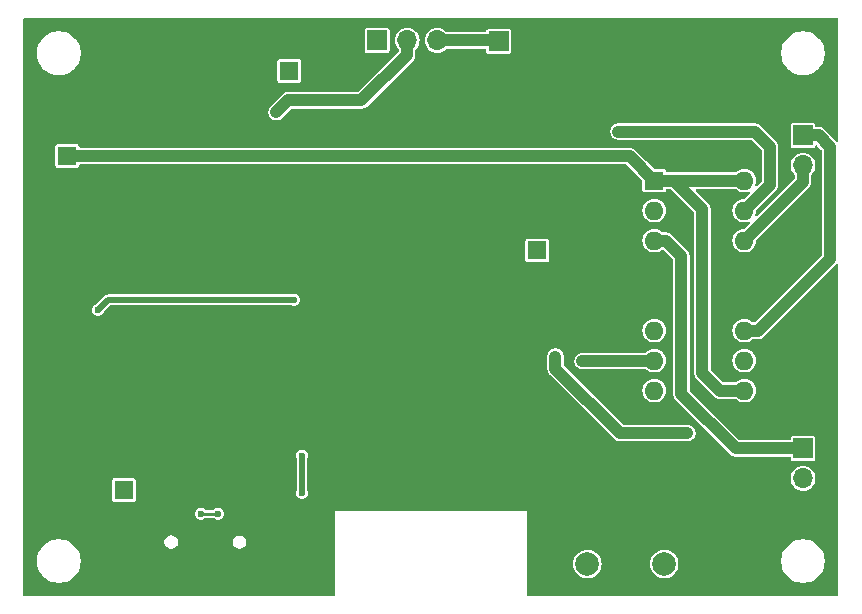
<source format=gbr>
%TF.GenerationSoftware,KiCad,Pcbnew,8.0.0*%
%TF.CreationDate,2024-04-09T18:41:08+07:00*%
%TF.ProjectId,robotika,726f626f-7469-46b6-912e-6b696361645f,rev?*%
%TF.SameCoordinates,Original*%
%TF.FileFunction,Copper,L2,Bot*%
%TF.FilePolarity,Positive*%
%FSLAX46Y46*%
G04 Gerber Fmt 4.6, Leading zero omitted, Abs format (unit mm)*
G04 Created by KiCad (PCBNEW 8.0.0) date 2024-04-09 18:41:08*
%MOMM*%
%LPD*%
G01*
G04 APERTURE LIST*
%TA.AperFunction,ComponentPad*%
%ADD10R,1.600000X1.600000*%
%TD*%
%TA.AperFunction,ComponentPad*%
%ADD11O,1.600000X1.600000*%
%TD*%
%TA.AperFunction,ComponentPad*%
%ADD12R,1.700000X1.700000*%
%TD*%
%TA.AperFunction,ComponentPad*%
%ADD13O,1.700000X1.700000*%
%TD*%
%TA.AperFunction,ComponentPad*%
%ADD14C,2.000000*%
%TD*%
%TA.AperFunction,ComponentPad*%
%ADD15O,1.000000X2.100000*%
%TD*%
%TA.AperFunction,ComponentPad*%
%ADD16O,1.000000X1.600000*%
%TD*%
%TA.AperFunction,ComponentPad*%
%ADD17C,1.600000*%
%TD*%
%TA.AperFunction,ViaPad*%
%ADD18C,0.600000*%
%TD*%
%TA.AperFunction,Conductor*%
%ADD19C,0.250000*%
%TD*%
%TA.AperFunction,Conductor*%
%ADD20C,1.000000*%
%TD*%
%TA.AperFunction,Conductor*%
%ADD21C,0.500000*%
%TD*%
G04 APERTURE END LIST*
D10*
%TO.P,U6,1,EN1\u002C2*%
%TO.N,+5V*%
X153900000Y-84290000D03*
D11*
%TO.P,U6,2,1A*%
%TO.N,1A*%
X153900000Y-86830000D03*
%TO.P,U6,3,1Y*%
%TO.N,Net-(J3-Pin_1)*%
X153900000Y-89370000D03*
%TO.P,U6,4,GND*%
%TO.N,GND*%
X153900000Y-91910000D03*
%TO.P,U6,5,GND*%
X153900000Y-94450000D03*
%TO.P,U6,6,2Y*%
%TO.N,Net-(J3-Pin_2)*%
X153900000Y-96990000D03*
%TO.P,U6,7,2A*%
%TO.N,2A*%
X153900000Y-99530000D03*
%TO.P,U6,8,VCC2*%
%TO.N,+9V*%
X153900000Y-102070000D03*
%TO.P,U6,9,EN3\u002C4*%
%TO.N,+5V*%
X161520000Y-102070000D03*
%TO.P,U6,10,3A*%
%TO.N,3A*%
X161520000Y-99530000D03*
%TO.P,U6,11,3Y*%
%TO.N,Net-(J4-Pin_1)*%
X161520000Y-96990000D03*
%TO.P,U6,12,GND*%
%TO.N,GND*%
X161520000Y-94450000D03*
%TO.P,U6,13,GND*%
X161520000Y-91910000D03*
%TO.P,U6,14,4Y*%
%TO.N,Net-(J4-Pin_2)*%
X161520000Y-89370000D03*
%TO.P,U6,15,4A*%
%TO.N,4A*%
X161520000Y-86830000D03*
%TO.P,U6,16,VCC1*%
%TO.N,+5V*%
X161520000Y-84290000D03*
%TD*%
D12*
%TO.P,SW2,1,A*%
%TO.N,unconnected-(SW2-A-Pad1)*%
X130450000Y-72420000D03*
D13*
%TO.P,SW2,2,B*%
%TO.N,+9V*%
X132990000Y-72420000D03*
%TO.P,SW2,3,C*%
%TO.N,Net-(J2-Pin_1)*%
X135530000Y-72420000D03*
%TD*%
D12*
%TO.P,J4,1,Pin_1*%
%TO.N,Net-(J4-Pin_1)*%
X166500000Y-80460000D03*
D13*
%TO.P,J4,2,Pin_2*%
%TO.N,Net-(J4-Pin_2)*%
X166500000Y-83000000D03*
%TD*%
D12*
%TO.P,J3,1,Pin_1*%
%TO.N,Net-(J3-Pin_1)*%
X166500000Y-106960000D03*
D13*
%TO.P,J3,2,Pin_2*%
%TO.N,Net-(J3-Pin_2)*%
X166500000Y-109500000D03*
%TD*%
D12*
%TO.P,J2,1,Pin_1*%
%TO.N,Net-(J2-Pin_1)*%
X140725000Y-72500000D03*
D13*
%TO.P,J2,2,Pin_2*%
%TO.N,GND*%
X143265000Y-72500000D03*
%TD*%
D14*
%TO.P,SW1,1,1*%
%TO.N,GND*%
X148250000Y-112250000D03*
X154750000Y-112250000D03*
%TO.P,SW1,2,2*%
%TO.N,Net-(U3-~{RST})*%
X148250000Y-116750000D03*
X154750000Y-116750000D03*
%TD*%
D15*
%TO.P,J1,S1,SHIELD*%
%TO.N,GND*%
X111580000Y-114395000D03*
D16*
X111580000Y-118575000D03*
D15*
X120220000Y-114395000D03*
D16*
X120220000Y-118575000D03*
%TD*%
D10*
%TO.P,C10,1*%
%TO.N,+9V*%
X123000000Y-75000000D03*
D17*
%TO.P,C10,2*%
%TO.N,GND*%
X125500000Y-75000000D03*
%TD*%
D10*
%TO.P,C9,1*%
%TO.N,+5V*%
X104205112Y-82205112D03*
D17*
%TO.P,C9,2*%
%TO.N,GND*%
X104205112Y-79705112D03*
%TD*%
D10*
%TO.P,C5,1*%
%TO.N,+3.3V*%
X144000000Y-90205112D03*
D17*
%TO.P,C5,2*%
%TO.N,GND*%
X144000000Y-87705112D03*
%TD*%
D10*
%TO.P,C1,1*%
%TO.N,VBUS*%
X109000000Y-110500000D03*
D17*
%TO.P,C1,2*%
%TO.N,GND*%
X106500000Y-110500000D03*
%TD*%
D18*
%TO.N,D+*%
X117000000Y-112500000D03*
X115525000Y-112500000D03*
%TO.N,+9V*%
X121920000Y-78500000D03*
%TO.N,+5V*%
X134500000Y-82205112D03*
%TO.N,4A*%
X150876000Y-80137000D03*
%TO.N,3A*%
X156718000Y-105664000D03*
X145542000Y-99187000D03*
%TO.N,2A*%
X147828000Y-99568000D03*
%TO.N,+3.3V*%
X106807000Y-95250000D03*
X123425000Y-94380000D03*
%TO.N,RX*%
X124079000Y-110744000D03*
X124079000Y-107569000D03*
%TD*%
D19*
%TO.N,D+*%
X115525000Y-112500000D02*
X117000000Y-112500000D01*
D20*
%TO.N,Net-(J2-Pin_1)*%
X140645000Y-72420000D02*
X140725000Y-72500000D01*
X135530000Y-72420000D02*
X140645000Y-72420000D01*
%TO.N,+9V*%
X129112081Y-77500000D02*
X132990000Y-73622081D01*
X122920000Y-77500000D02*
X129112081Y-77500000D01*
X132990000Y-73622081D02*
X132990000Y-72420000D01*
X121920000Y-78500000D02*
X122920000Y-77500000D01*
%TO.N,+5V*%
X134500000Y-82205112D02*
X151815112Y-82205112D01*
X104205112Y-82205112D02*
X134500000Y-82205112D01*
%TO.N,4A*%
X163703000Y-81407000D02*
X163703000Y-84647000D01*
X162433000Y-80137000D02*
X163703000Y-81407000D01*
X150876000Y-80137000D02*
X162433000Y-80137000D01*
X163703000Y-84647000D02*
X161520000Y-86830000D01*
%TO.N,3A*%
X145542000Y-99187000D02*
X145542000Y-100203000D01*
X145542000Y-100203000D02*
X151003000Y-105664000D01*
X151003000Y-105664000D02*
X156718000Y-105664000D01*
%TO.N,Net-(J4-Pin_1)*%
X168783000Y-90932000D02*
X162725000Y-96990000D01*
X168783000Y-81407000D02*
X168783000Y-90932000D01*
X162725000Y-96990000D02*
X161520000Y-96990000D01*
X167836000Y-80460000D02*
X168783000Y-81407000D01*
X166500000Y-80460000D02*
X167836000Y-80460000D01*
%TO.N,Net-(J4-Pin_2)*%
X166500000Y-84390000D02*
X161520000Y-89370000D01*
X166500000Y-83000000D02*
X166500000Y-84390000D01*
%TO.N,Net-(J3-Pin_1)*%
X156210000Y-90678000D02*
X154902000Y-89370000D01*
X154902000Y-89370000D02*
X153900000Y-89370000D01*
X156210000Y-102362000D02*
X156210000Y-90678000D01*
X160808000Y-106960000D02*
X156210000Y-102362000D01*
X166500000Y-106960000D02*
X160808000Y-106960000D01*
%TO.N,2A*%
X153862000Y-99568000D02*
X153900000Y-99530000D01*
X147828000Y-99568000D02*
X153862000Y-99568000D01*
%TO.N,+5V*%
X157988000Y-100584000D02*
X157988000Y-86703000D01*
X157988000Y-86703000D02*
X155575000Y-84290000D01*
X159474000Y-102070000D02*
X157988000Y-100584000D01*
X155575000Y-84290000D02*
X153900000Y-84290000D01*
X161520000Y-102070000D02*
X159474000Y-102070000D01*
X161520000Y-84290000D02*
X155575000Y-84290000D01*
X151815112Y-82205112D02*
X153900000Y-84290000D01*
D21*
%TO.N,+3.3V*%
X123425000Y-94380000D02*
X107677000Y-94380000D01*
X107677000Y-94380000D02*
X106807000Y-95250000D01*
%TO.N,RX*%
X124079000Y-107569000D02*
X124079000Y-110744000D01*
%TD*%
%TA.AperFunction,Conductor*%
%TO.N,GND*%
G36*
X169458691Y-70519407D02*
G01*
X169494655Y-70568907D01*
X169499500Y-70599500D01*
X169499500Y-80893836D01*
X169480593Y-80952027D01*
X169431093Y-80987991D01*
X169369907Y-80987991D01*
X169330496Y-80963840D01*
X169327116Y-80960460D01*
X169327114Y-80960457D01*
X168282543Y-79915886D01*
X168167811Y-79839225D01*
X168167810Y-79839224D01*
X168167808Y-79839223D01*
X168040328Y-79786420D01*
X167904996Y-79759500D01*
X167904994Y-79759500D01*
X167904993Y-79759500D01*
X167649500Y-79759500D01*
X167591309Y-79740593D01*
X167555345Y-79691093D01*
X167550500Y-79660500D01*
X167550500Y-79590253D01*
X167550498Y-79590241D01*
X167547711Y-79576231D01*
X167538867Y-79531769D01*
X167494552Y-79465448D01*
X167451229Y-79436500D01*
X167428233Y-79421134D01*
X167428231Y-79421133D01*
X167428228Y-79421132D01*
X167428227Y-79421132D01*
X167369758Y-79409501D01*
X167369748Y-79409500D01*
X165630252Y-79409500D01*
X165630251Y-79409500D01*
X165630241Y-79409501D01*
X165571772Y-79421132D01*
X165571766Y-79421134D01*
X165505451Y-79465445D01*
X165505445Y-79465451D01*
X165461134Y-79531766D01*
X165461132Y-79531772D01*
X165449501Y-79590241D01*
X165449500Y-79590253D01*
X165449500Y-81329746D01*
X165449501Y-81329758D01*
X165461132Y-81388227D01*
X165461134Y-81388233D01*
X165505445Y-81454548D01*
X165505448Y-81454552D01*
X165571769Y-81498867D01*
X165616231Y-81507711D01*
X165630241Y-81510498D01*
X165630246Y-81510498D01*
X165630252Y-81510500D01*
X165630253Y-81510500D01*
X167369747Y-81510500D01*
X167369748Y-81510500D01*
X167428231Y-81498867D01*
X167494552Y-81454552D01*
X167538867Y-81388231D01*
X167541673Y-81374121D01*
X167571566Y-81320739D01*
X167627130Y-81295122D01*
X167687141Y-81307056D01*
X167708774Y-81323431D01*
X168053504Y-81668161D01*
X168081281Y-81722678D01*
X168082500Y-81738165D01*
X168082500Y-90600835D01*
X168063593Y-90659026D01*
X168053504Y-90670839D01*
X162463839Y-96260504D01*
X162409322Y-96288281D01*
X162393835Y-96289500D01*
X162278957Y-96289500D01*
X162220766Y-96270593D01*
X162216162Y-96267035D01*
X162078538Y-96154090D01*
X162037618Y-96132218D01*
X161904732Y-96061188D01*
X161904730Y-96061187D01*
X161716129Y-96003975D01*
X161716126Y-96003974D01*
X161520003Y-95984659D01*
X161519997Y-95984659D01*
X161323873Y-96003974D01*
X161323870Y-96003975D01*
X161135269Y-96061187D01*
X161135267Y-96061188D01*
X160961467Y-96154087D01*
X160961457Y-96154093D01*
X160809121Y-96279112D01*
X160809112Y-96279121D01*
X160684093Y-96431457D01*
X160684087Y-96431467D01*
X160591188Y-96605267D01*
X160591187Y-96605269D01*
X160533975Y-96793870D01*
X160533974Y-96793873D01*
X160514659Y-96989996D01*
X160514659Y-96990003D01*
X160533974Y-97186126D01*
X160533975Y-97186129D01*
X160591187Y-97374730D01*
X160591188Y-97374732D01*
X160662218Y-97507618D01*
X160684090Y-97548538D01*
X160684092Y-97548540D01*
X160684093Y-97548542D01*
X160809112Y-97700878D01*
X160809121Y-97700887D01*
X160823847Y-97712972D01*
X160961462Y-97825910D01*
X161135273Y-97918814D01*
X161323868Y-97976024D01*
X161323870Y-97976024D01*
X161323873Y-97976025D01*
X161519997Y-97995341D01*
X161520000Y-97995341D01*
X161520003Y-97995341D01*
X161716126Y-97976025D01*
X161716127Y-97976024D01*
X161716132Y-97976024D01*
X161904727Y-97918814D01*
X162078538Y-97825910D01*
X162216153Y-97712971D01*
X162273128Y-97690672D01*
X162278957Y-97690500D01*
X162793993Y-97690500D01*
X162793994Y-97690500D01*
X162929328Y-97663580D01*
X163056811Y-97610775D01*
X163171543Y-97534114D01*
X169327114Y-91378543D01*
X169327116Y-91378539D01*
X169330496Y-91375160D01*
X169385013Y-91347383D01*
X169445445Y-91356954D01*
X169488710Y-91400219D01*
X169499500Y-91445164D01*
X169499500Y-119400500D01*
X169480593Y-119458691D01*
X169431093Y-119494655D01*
X169400500Y-119499500D01*
X143219000Y-119499500D01*
X143160809Y-119480593D01*
X143124845Y-119431093D01*
X143120000Y-119400500D01*
X143120000Y-116750000D01*
X147044357Y-116750000D01*
X147064885Y-116971536D01*
X147125771Y-117185528D01*
X147224942Y-117384689D01*
X147359019Y-117562236D01*
X147523438Y-117712124D01*
X147712599Y-117829247D01*
X147920060Y-117909618D01*
X148138757Y-117950500D01*
X148361243Y-117950500D01*
X148579940Y-117909618D01*
X148787401Y-117829247D01*
X148976562Y-117712124D01*
X149140981Y-117562236D01*
X149275058Y-117384689D01*
X149374229Y-117185528D01*
X149435115Y-116971536D01*
X149455643Y-116750000D01*
X153544357Y-116750000D01*
X153564885Y-116971536D01*
X153625771Y-117185528D01*
X153724942Y-117384689D01*
X153859019Y-117562236D01*
X154023438Y-117712124D01*
X154212599Y-117829247D01*
X154420060Y-117909618D01*
X154638757Y-117950500D01*
X154861243Y-117950500D01*
X155079940Y-117909618D01*
X155287401Y-117829247D01*
X155476562Y-117712124D01*
X155640981Y-117562236D01*
X155775058Y-117384689D01*
X155874229Y-117185528D01*
X155935115Y-116971536D01*
X155955643Y-116750000D01*
X155943716Y-116621289D01*
X164649500Y-116621289D01*
X164681161Y-116861781D01*
X164681161Y-116861786D01*
X164743944Y-117096092D01*
X164743948Y-117096105D01*
X164836772Y-117320204D01*
X164836774Y-117320208D01*
X164836776Y-117320212D01*
X164958064Y-117530289D01*
X164958066Y-117530292D01*
X165105729Y-117722731D01*
X165105731Y-117722733D01*
X165105735Y-117722738D01*
X165277262Y-117894265D01*
X165277266Y-117894268D01*
X165277268Y-117894270D01*
X165297270Y-117909618D01*
X165469711Y-118041936D01*
X165679788Y-118163224D01*
X165903900Y-118256054D01*
X166138211Y-118318838D01*
X166378712Y-118350500D01*
X166378713Y-118350500D01*
X166621287Y-118350500D01*
X166621288Y-118350500D01*
X166861789Y-118318838D01*
X167096100Y-118256054D01*
X167320212Y-118163224D01*
X167530289Y-118041936D01*
X167722738Y-117894265D01*
X167894265Y-117722738D01*
X168041936Y-117530289D01*
X168163224Y-117320212D01*
X168256054Y-117096100D01*
X168318838Y-116861789D01*
X168350500Y-116621288D01*
X168350500Y-116378712D01*
X168318838Y-116138211D01*
X168256054Y-115903900D01*
X168163224Y-115679788D01*
X168041936Y-115469711D01*
X167894265Y-115277262D01*
X167722738Y-115105735D01*
X167722733Y-115105731D01*
X167722731Y-115105729D01*
X167530292Y-114958066D01*
X167530289Y-114958064D01*
X167320212Y-114836776D01*
X167320208Y-114836774D01*
X167320204Y-114836772D01*
X167096105Y-114743948D01*
X167096104Y-114743947D01*
X167096100Y-114743946D01*
X166861789Y-114681162D01*
X166861786Y-114681161D01*
X166861784Y-114681161D01*
X166621289Y-114649500D01*
X166621288Y-114649500D01*
X166378712Y-114649500D01*
X166378710Y-114649500D01*
X166138218Y-114681161D01*
X166138213Y-114681161D01*
X165903907Y-114743944D01*
X165903894Y-114743948D01*
X165679795Y-114836772D01*
X165469707Y-114958066D01*
X165277268Y-115105729D01*
X165105729Y-115277268D01*
X164958066Y-115469707D01*
X164836772Y-115679795D01*
X164743948Y-115903894D01*
X164743944Y-115903907D01*
X164681161Y-116138213D01*
X164681161Y-116138218D01*
X164649500Y-116378710D01*
X164649500Y-116621289D01*
X155943716Y-116621289D01*
X155935115Y-116528464D01*
X155874229Y-116314472D01*
X155775058Y-116115311D01*
X155640981Y-115937764D01*
X155476562Y-115787876D01*
X155287401Y-115670753D01*
X155079940Y-115590382D01*
X155079939Y-115590381D01*
X155079937Y-115590381D01*
X154861243Y-115549500D01*
X154638757Y-115549500D01*
X154420062Y-115590381D01*
X154343797Y-115619926D01*
X154212599Y-115670753D01*
X154023438Y-115787876D01*
X153859020Y-115937763D01*
X153724943Y-116115309D01*
X153724938Y-116115318D01*
X153625772Y-116314469D01*
X153625771Y-116314472D01*
X153564885Y-116528464D01*
X153544357Y-116750000D01*
X149455643Y-116750000D01*
X149435115Y-116528464D01*
X149374229Y-116314472D01*
X149275058Y-116115311D01*
X149140981Y-115937764D01*
X148976562Y-115787876D01*
X148787401Y-115670753D01*
X148579940Y-115590382D01*
X148579939Y-115590381D01*
X148579937Y-115590381D01*
X148361243Y-115549500D01*
X148138757Y-115549500D01*
X147920062Y-115590381D01*
X147843797Y-115619926D01*
X147712599Y-115670753D01*
X147523438Y-115787876D01*
X147359020Y-115937763D01*
X147224943Y-116115309D01*
X147224938Y-116115318D01*
X147125772Y-116314469D01*
X147125771Y-116314472D01*
X147064885Y-116528464D01*
X147044357Y-116750000D01*
X143120000Y-116750000D01*
X143120000Y-112250001D01*
X143120000Y-112250000D01*
X126880000Y-112250000D01*
X126880000Y-112250001D01*
X126880000Y-119400500D01*
X126861093Y-119458691D01*
X126811593Y-119494655D01*
X126781000Y-119499500D01*
X100599500Y-119499500D01*
X100541309Y-119480593D01*
X100505345Y-119431093D01*
X100500500Y-119400500D01*
X100500500Y-116621289D01*
X101649500Y-116621289D01*
X101681161Y-116861781D01*
X101681161Y-116861786D01*
X101743944Y-117096092D01*
X101743948Y-117096105D01*
X101836772Y-117320204D01*
X101836774Y-117320208D01*
X101836776Y-117320212D01*
X101958064Y-117530289D01*
X101958066Y-117530292D01*
X102105729Y-117722731D01*
X102105731Y-117722733D01*
X102105735Y-117722738D01*
X102277262Y-117894265D01*
X102277266Y-117894268D01*
X102277268Y-117894270D01*
X102297270Y-117909618D01*
X102469711Y-118041936D01*
X102679788Y-118163224D01*
X102903900Y-118256054D01*
X103138211Y-118318838D01*
X103378712Y-118350500D01*
X103378713Y-118350500D01*
X103621287Y-118350500D01*
X103621288Y-118350500D01*
X103861789Y-118318838D01*
X104096100Y-118256054D01*
X104320212Y-118163224D01*
X104530289Y-118041936D01*
X104722738Y-117894265D01*
X104894265Y-117722738D01*
X105041936Y-117530289D01*
X105163224Y-117320212D01*
X105256054Y-117096100D01*
X105318838Y-116861789D01*
X105350500Y-116621288D01*
X105350500Y-116378712D01*
X105318838Y-116138211D01*
X105256054Y-115903900D01*
X105163224Y-115679788D01*
X105041936Y-115469711D01*
X104894265Y-115277262D01*
X104722738Y-115105735D01*
X104722733Y-115105731D01*
X104722731Y-115105729D01*
X104546843Y-114970766D01*
X112434500Y-114970766D01*
X112469086Y-115099847D01*
X112473720Y-115117139D01*
X112549481Y-115248360D01*
X112549483Y-115248362D01*
X112549485Y-115248365D01*
X112656635Y-115355515D01*
X112656637Y-115355516D01*
X112656639Y-115355518D01*
X112787861Y-115431279D01*
X112787859Y-115431279D01*
X112787863Y-115431280D01*
X112787865Y-115431281D01*
X112934234Y-115470500D01*
X112934236Y-115470500D01*
X113085764Y-115470500D01*
X113085766Y-115470500D01*
X113232135Y-115431281D01*
X113232137Y-115431279D01*
X113232139Y-115431279D01*
X113363360Y-115355518D01*
X113363360Y-115355517D01*
X113363365Y-115355515D01*
X113470515Y-115248365D01*
X113546281Y-115117135D01*
X113585500Y-114970766D01*
X118214500Y-114970766D01*
X118249086Y-115099847D01*
X118253720Y-115117139D01*
X118329481Y-115248360D01*
X118329483Y-115248362D01*
X118329485Y-115248365D01*
X118436635Y-115355515D01*
X118436637Y-115355516D01*
X118436639Y-115355518D01*
X118567861Y-115431279D01*
X118567859Y-115431279D01*
X118567863Y-115431280D01*
X118567865Y-115431281D01*
X118714234Y-115470500D01*
X118714236Y-115470500D01*
X118865764Y-115470500D01*
X118865766Y-115470500D01*
X119012135Y-115431281D01*
X119012137Y-115431279D01*
X119012139Y-115431279D01*
X119143360Y-115355518D01*
X119143360Y-115355517D01*
X119143365Y-115355515D01*
X119250515Y-115248365D01*
X119326281Y-115117135D01*
X119365500Y-114970766D01*
X119365500Y-114819234D01*
X119326281Y-114672865D01*
X119326279Y-114672862D01*
X119326279Y-114672860D01*
X119250518Y-114541639D01*
X119250516Y-114541637D01*
X119250515Y-114541635D01*
X119143365Y-114434485D01*
X119143362Y-114434483D01*
X119143360Y-114434481D01*
X119012138Y-114358720D01*
X119012140Y-114358720D01*
X118955347Y-114343503D01*
X118865766Y-114319500D01*
X118714234Y-114319500D01*
X118624652Y-114343503D01*
X118567860Y-114358720D01*
X118436639Y-114434481D01*
X118329481Y-114541639D01*
X118253720Y-114672860D01*
X118253719Y-114672865D01*
X118214500Y-114819234D01*
X118214500Y-114970766D01*
X113585500Y-114970766D01*
X113585500Y-114819234D01*
X113546281Y-114672865D01*
X113546279Y-114672862D01*
X113546279Y-114672860D01*
X113470518Y-114541639D01*
X113470516Y-114541637D01*
X113470515Y-114541635D01*
X113363365Y-114434485D01*
X113363362Y-114434483D01*
X113363360Y-114434481D01*
X113232138Y-114358720D01*
X113232140Y-114358720D01*
X113175347Y-114343503D01*
X113085766Y-114319500D01*
X112934234Y-114319500D01*
X112844652Y-114343503D01*
X112787860Y-114358720D01*
X112656639Y-114434481D01*
X112549481Y-114541639D01*
X112473720Y-114672860D01*
X112473719Y-114672865D01*
X112434500Y-114819234D01*
X112434500Y-114970766D01*
X104546843Y-114970766D01*
X104530292Y-114958066D01*
X104530289Y-114958064D01*
X104320212Y-114836776D01*
X104320208Y-114836774D01*
X104320204Y-114836772D01*
X104096105Y-114743948D01*
X104096104Y-114743947D01*
X104096100Y-114743946D01*
X103861789Y-114681162D01*
X103861786Y-114681161D01*
X103861784Y-114681161D01*
X103621289Y-114649500D01*
X103621288Y-114649500D01*
X103378712Y-114649500D01*
X103378710Y-114649500D01*
X103138218Y-114681161D01*
X103138213Y-114681161D01*
X102903907Y-114743944D01*
X102903894Y-114743948D01*
X102679795Y-114836772D01*
X102469707Y-114958066D01*
X102277268Y-115105729D01*
X102105729Y-115277268D01*
X101958066Y-115469707D01*
X101836772Y-115679795D01*
X101743948Y-115903894D01*
X101743944Y-115903907D01*
X101681161Y-116138213D01*
X101681161Y-116138218D01*
X101649500Y-116378710D01*
X101649500Y-116621289D01*
X100500500Y-116621289D01*
X100500500Y-112500002D01*
X115019353Y-112500002D01*
X115039834Y-112642456D01*
X115099622Y-112773371D01*
X115099623Y-112773373D01*
X115161174Y-112844407D01*
X115193873Y-112882144D01*
X115314942Y-112959950D01*
X115314947Y-112959953D01*
X115421403Y-112991211D01*
X115453035Y-113000499D01*
X115453036Y-113000499D01*
X115453039Y-113000500D01*
X115453041Y-113000500D01*
X115596959Y-113000500D01*
X115596961Y-113000500D01*
X115735053Y-112959953D01*
X115856128Y-112882143D01*
X115875601Y-112859670D01*
X115927997Y-112828073D01*
X115950421Y-112825500D01*
X116574579Y-112825500D01*
X116632770Y-112844407D01*
X116649400Y-112859670D01*
X116668872Y-112882143D01*
X116789947Y-112959953D01*
X116896403Y-112991211D01*
X116928035Y-113000499D01*
X116928036Y-113000499D01*
X116928039Y-113000500D01*
X116928041Y-113000500D01*
X117071959Y-113000500D01*
X117071961Y-113000500D01*
X117210053Y-112959953D01*
X117331128Y-112882143D01*
X117425377Y-112773373D01*
X117485165Y-112642457D01*
X117505647Y-112500000D01*
X117485165Y-112357543D01*
X117425377Y-112226627D01*
X117331128Y-112117857D01*
X117331127Y-112117856D01*
X117331126Y-112117855D01*
X117210057Y-112040049D01*
X117210054Y-112040047D01*
X117210053Y-112040047D01*
X117210050Y-112040046D01*
X117071964Y-111999500D01*
X117071961Y-111999500D01*
X116928039Y-111999500D01*
X116928035Y-111999500D01*
X116789949Y-112040046D01*
X116789942Y-112040049D01*
X116668872Y-112117856D01*
X116668871Y-112117857D01*
X116649399Y-112140330D01*
X116597003Y-112171927D01*
X116574579Y-112174500D01*
X115950421Y-112174500D01*
X115892230Y-112155593D01*
X115875601Y-112140330D01*
X115856128Y-112117857D01*
X115856127Y-112117856D01*
X115735057Y-112040049D01*
X115735054Y-112040047D01*
X115735053Y-112040047D01*
X115735050Y-112040046D01*
X115596964Y-111999500D01*
X115596961Y-111999500D01*
X115453039Y-111999500D01*
X115453035Y-111999500D01*
X115314949Y-112040046D01*
X115314942Y-112040049D01*
X115193873Y-112117855D01*
X115099622Y-112226628D01*
X115039834Y-112357543D01*
X115019353Y-112499997D01*
X115019353Y-112500002D01*
X100500500Y-112500002D01*
X100500500Y-111319746D01*
X107999500Y-111319746D01*
X107999501Y-111319758D01*
X108011132Y-111378227D01*
X108011133Y-111378231D01*
X108055448Y-111444552D01*
X108121769Y-111488867D01*
X108166231Y-111497711D01*
X108180241Y-111500498D01*
X108180246Y-111500498D01*
X108180252Y-111500500D01*
X108180253Y-111500500D01*
X109819747Y-111500500D01*
X109819748Y-111500500D01*
X109878231Y-111488867D01*
X109944552Y-111444552D01*
X109988867Y-111378231D01*
X110000500Y-111319748D01*
X110000500Y-110744002D01*
X123573353Y-110744002D01*
X123593834Y-110886456D01*
X123653622Y-111017371D01*
X123653623Y-111017373D01*
X123747872Y-111126143D01*
X123747873Y-111126144D01*
X123868942Y-111203950D01*
X123868947Y-111203953D01*
X123975403Y-111235211D01*
X124007035Y-111244499D01*
X124007036Y-111244499D01*
X124007039Y-111244500D01*
X124007041Y-111244500D01*
X124150959Y-111244500D01*
X124150961Y-111244500D01*
X124289053Y-111203953D01*
X124410128Y-111126143D01*
X124504377Y-111017373D01*
X124564165Y-110886457D01*
X124584647Y-110744000D01*
X124564165Y-110601543D01*
X124538447Y-110545229D01*
X124529500Y-110504102D01*
X124529500Y-109500003D01*
X165444417Y-109500003D01*
X165464698Y-109705929D01*
X165464699Y-109705934D01*
X165524768Y-109903954D01*
X165622316Y-110086452D01*
X165753585Y-110246404D01*
X165753590Y-110246410D01*
X165753595Y-110246414D01*
X165913547Y-110377683D01*
X165913548Y-110377683D01*
X165913550Y-110377685D01*
X166096046Y-110475232D01*
X166191219Y-110504102D01*
X166294065Y-110535300D01*
X166294070Y-110535301D01*
X166499997Y-110555583D01*
X166500000Y-110555583D01*
X166500003Y-110555583D01*
X166705929Y-110535301D01*
X166705934Y-110535300D01*
X166903954Y-110475232D01*
X167086450Y-110377685D01*
X167246410Y-110246410D01*
X167377685Y-110086450D01*
X167475232Y-109903954D01*
X167535300Y-109705934D01*
X167535301Y-109705929D01*
X167555583Y-109500003D01*
X167555583Y-109499996D01*
X167535301Y-109294070D01*
X167535300Y-109294065D01*
X167517078Y-109233997D01*
X167475232Y-109096046D01*
X167377685Y-108913550D01*
X167246410Y-108753590D01*
X167246404Y-108753585D01*
X167086452Y-108622316D01*
X166903954Y-108524768D01*
X166705934Y-108464699D01*
X166705929Y-108464698D01*
X166500003Y-108444417D01*
X166499997Y-108444417D01*
X166294070Y-108464698D01*
X166294065Y-108464699D01*
X166096045Y-108524768D01*
X165913547Y-108622316D01*
X165753595Y-108753585D01*
X165753585Y-108753595D01*
X165622316Y-108913547D01*
X165524768Y-109096045D01*
X165464699Y-109294065D01*
X165464698Y-109294070D01*
X165444417Y-109499996D01*
X165444417Y-109500003D01*
X124529500Y-109500003D01*
X124529500Y-107808897D01*
X124538446Y-107767771D01*
X124564165Y-107711457D01*
X124564165Y-107711455D01*
X124564166Y-107711454D01*
X124584647Y-107569002D01*
X124584647Y-107568997D01*
X124564165Y-107426543D01*
X124504377Y-107295628D01*
X124504377Y-107295627D01*
X124410128Y-107186857D01*
X124410127Y-107186856D01*
X124410126Y-107186855D01*
X124289057Y-107109049D01*
X124289054Y-107109047D01*
X124289053Y-107109047D01*
X124289050Y-107109046D01*
X124150964Y-107068500D01*
X124150961Y-107068500D01*
X124007039Y-107068500D01*
X124007035Y-107068500D01*
X123868949Y-107109046D01*
X123868942Y-107109049D01*
X123747873Y-107186855D01*
X123653622Y-107295628D01*
X123593834Y-107426543D01*
X123573353Y-107568997D01*
X123573353Y-107569002D01*
X123593833Y-107711454D01*
X123601804Y-107728907D01*
X123619553Y-107767771D01*
X123628500Y-107808897D01*
X123628500Y-110504102D01*
X123619553Y-110545229D01*
X123593834Y-110601543D01*
X123573353Y-110743997D01*
X123573353Y-110744002D01*
X110000500Y-110744002D01*
X110000500Y-109680252D01*
X109988867Y-109621769D01*
X109944552Y-109555448D01*
X109944548Y-109555445D01*
X109878233Y-109511134D01*
X109878231Y-109511133D01*
X109878228Y-109511132D01*
X109878227Y-109511132D01*
X109819758Y-109499501D01*
X109819748Y-109499500D01*
X108180252Y-109499500D01*
X108180251Y-109499500D01*
X108180241Y-109499501D01*
X108121772Y-109511132D01*
X108121766Y-109511134D01*
X108055451Y-109555445D01*
X108055445Y-109555451D01*
X108011134Y-109621766D01*
X108011132Y-109621772D01*
X107999501Y-109680241D01*
X107999500Y-109680253D01*
X107999500Y-111319746D01*
X100500500Y-111319746D01*
X100500500Y-100271996D01*
X144841500Y-100271996D01*
X144868420Y-100407327D01*
X144868420Y-100407329D01*
X144921223Y-100534808D01*
X144921224Y-100534810D01*
X144921225Y-100534811D01*
X144997886Y-100649543D01*
X150556457Y-106208114D01*
X150671189Y-106284775D01*
X150671190Y-106284775D01*
X150671191Y-106284776D01*
X150720488Y-106305195D01*
X150798671Y-106337580D01*
X150825587Y-106342933D01*
X150825590Y-106342935D01*
X150825591Y-106342934D01*
X150934007Y-106364500D01*
X150934008Y-106364500D01*
X156786992Y-106364500D01*
X156786993Y-106364500D01*
X156922328Y-106337580D01*
X157049811Y-106284775D01*
X157164542Y-106208114D01*
X157262114Y-106110542D01*
X157338775Y-105995811D01*
X157391580Y-105868328D01*
X157418500Y-105732993D01*
X157418500Y-105595007D01*
X157391580Y-105459672D01*
X157338775Y-105332189D01*
X157338774Y-105332187D01*
X157338771Y-105332182D01*
X157262114Y-105217458D01*
X157164541Y-105119885D01*
X157049817Y-105043228D01*
X157049806Y-105043222D01*
X156922328Y-104990420D01*
X156786995Y-104963500D01*
X156786993Y-104963500D01*
X151334165Y-104963500D01*
X151275974Y-104944593D01*
X151264161Y-104934504D01*
X148399660Y-102070003D01*
X152894659Y-102070003D01*
X152913974Y-102266126D01*
X152913975Y-102266129D01*
X152971187Y-102454730D01*
X152971188Y-102454732D01*
X153042218Y-102587618D01*
X153064090Y-102628538D01*
X153064092Y-102628540D01*
X153064093Y-102628542D01*
X153189112Y-102780878D01*
X153189121Y-102780887D01*
X153341457Y-102905906D01*
X153341462Y-102905910D01*
X153515273Y-102998814D01*
X153703868Y-103056024D01*
X153703870Y-103056024D01*
X153703873Y-103056025D01*
X153899997Y-103075341D01*
X153900000Y-103075341D01*
X153900003Y-103075341D01*
X154096126Y-103056025D01*
X154096127Y-103056024D01*
X154096132Y-103056024D01*
X154284727Y-102998814D01*
X154458538Y-102905910D01*
X154610883Y-102780883D01*
X154735910Y-102628538D01*
X154828814Y-102454727D01*
X154886024Y-102266132D01*
X154905160Y-102071843D01*
X154905341Y-102070003D01*
X154905341Y-102069996D01*
X154886025Y-101873873D01*
X154886024Y-101873870D01*
X154886024Y-101873868D01*
X154828814Y-101685273D01*
X154735910Y-101511462D01*
X154735906Y-101511457D01*
X154610887Y-101359121D01*
X154610878Y-101359112D01*
X154458542Y-101234093D01*
X154458540Y-101234092D01*
X154458538Y-101234090D01*
X154417618Y-101212218D01*
X154284732Y-101141188D01*
X154284730Y-101141187D01*
X154096129Y-101083975D01*
X154096126Y-101083974D01*
X153900003Y-101064659D01*
X153899997Y-101064659D01*
X153703873Y-101083974D01*
X153703870Y-101083975D01*
X153515269Y-101141187D01*
X153515267Y-101141188D01*
X153341467Y-101234087D01*
X153341457Y-101234093D01*
X153189121Y-101359112D01*
X153189112Y-101359121D01*
X153064093Y-101511457D01*
X153064087Y-101511467D01*
X152971188Y-101685267D01*
X152971187Y-101685269D01*
X152913975Y-101873870D01*
X152913974Y-101873873D01*
X152894659Y-102069996D01*
X152894659Y-102070003D01*
X148399660Y-102070003D01*
X146271496Y-99941839D01*
X146243719Y-99887322D01*
X146242500Y-99871835D01*
X146242500Y-99636995D01*
X147127500Y-99636995D01*
X147154420Y-99772327D01*
X147154420Y-99772329D01*
X147207222Y-99899806D01*
X147207228Y-99899817D01*
X147283885Y-100014541D01*
X147381458Y-100112114D01*
X147496182Y-100188771D01*
X147496193Y-100188777D01*
X147543283Y-100208282D01*
X147623672Y-100241580D01*
X147759007Y-100268500D01*
X153187345Y-100268500D01*
X153245536Y-100287407D01*
X153250150Y-100290972D01*
X153341462Y-100365910D01*
X153341466Y-100365912D01*
X153341473Y-100365917D01*
X153515267Y-100458811D01*
X153515273Y-100458814D01*
X153703868Y-100516024D01*
X153703870Y-100516024D01*
X153703873Y-100516025D01*
X153899997Y-100535341D01*
X153900000Y-100535341D01*
X153900003Y-100535341D01*
X154096126Y-100516025D01*
X154096127Y-100516024D01*
X154096132Y-100516024D01*
X154284727Y-100458814D01*
X154458538Y-100365910D01*
X154610883Y-100240883D01*
X154735910Y-100088538D01*
X154828814Y-99914727D01*
X154886024Y-99726132D01*
X154894804Y-99636993D01*
X154905341Y-99530003D01*
X154905341Y-99529996D01*
X154886025Y-99333873D01*
X154886024Y-99333870D01*
X154886024Y-99333868D01*
X154828814Y-99145273D01*
X154735910Y-98971462D01*
X154672683Y-98894420D01*
X154610887Y-98819121D01*
X154610878Y-98819112D01*
X154458542Y-98694093D01*
X154458540Y-98694092D01*
X154458538Y-98694090D01*
X154417618Y-98672218D01*
X154284732Y-98601188D01*
X154284730Y-98601187D01*
X154096129Y-98543975D01*
X154096126Y-98543974D01*
X153900003Y-98524659D01*
X153899997Y-98524659D01*
X153703873Y-98543974D01*
X153703870Y-98543975D01*
X153515269Y-98601187D01*
X153515267Y-98601188D01*
X153341467Y-98694087D01*
X153341457Y-98694093D01*
X153189121Y-98819112D01*
X153189108Y-98819125D01*
X153179114Y-98831304D01*
X153127583Y-98864292D01*
X153102586Y-98867500D01*
X147759004Y-98867500D01*
X147623672Y-98894420D01*
X147623670Y-98894420D01*
X147496193Y-98947222D01*
X147496182Y-98947228D01*
X147381458Y-99023885D01*
X147283885Y-99121458D01*
X147207228Y-99236182D01*
X147207222Y-99236193D01*
X147154420Y-99363670D01*
X147154420Y-99363672D01*
X147127500Y-99499004D01*
X147127500Y-99636995D01*
X146242500Y-99636995D01*
X146242500Y-99118008D01*
X146242499Y-99118004D01*
X146215580Y-98982672D01*
X146179025Y-98894420D01*
X146162777Y-98855193D01*
X146162771Y-98855182D01*
X146086114Y-98740458D01*
X145988541Y-98642885D01*
X145873817Y-98566228D01*
X145873806Y-98566222D01*
X145746328Y-98513420D01*
X145610995Y-98486500D01*
X145610993Y-98486500D01*
X145473007Y-98486500D01*
X145473004Y-98486500D01*
X145337672Y-98513420D01*
X145337670Y-98513420D01*
X145210193Y-98566222D01*
X145210182Y-98566228D01*
X145095458Y-98642885D01*
X144997885Y-98740458D01*
X144921228Y-98855182D01*
X144921222Y-98855193D01*
X144868420Y-98982670D01*
X144868420Y-98982672D01*
X144841500Y-99118004D01*
X144841500Y-100271996D01*
X100500500Y-100271996D01*
X100500500Y-96990003D01*
X152894659Y-96990003D01*
X152913974Y-97186126D01*
X152913975Y-97186129D01*
X152971187Y-97374730D01*
X152971188Y-97374732D01*
X153042218Y-97507618D01*
X153064090Y-97548538D01*
X153064092Y-97548540D01*
X153064093Y-97548542D01*
X153189112Y-97700878D01*
X153189121Y-97700887D01*
X153203847Y-97712972D01*
X153341462Y-97825910D01*
X153515273Y-97918814D01*
X153703868Y-97976024D01*
X153703870Y-97976024D01*
X153703873Y-97976025D01*
X153899997Y-97995341D01*
X153900000Y-97995341D01*
X153900003Y-97995341D01*
X154096126Y-97976025D01*
X154096127Y-97976024D01*
X154096132Y-97976024D01*
X154284727Y-97918814D01*
X154458538Y-97825910D01*
X154610883Y-97700883D01*
X154735910Y-97548538D01*
X154828814Y-97374727D01*
X154886024Y-97186132D01*
X154905341Y-96990000D01*
X154905341Y-96989996D01*
X154886025Y-96793873D01*
X154886024Y-96793870D01*
X154886024Y-96793868D01*
X154828814Y-96605273D01*
X154735910Y-96431462D01*
X154735906Y-96431457D01*
X154610887Y-96279121D01*
X154610878Y-96279112D01*
X154458542Y-96154093D01*
X154458540Y-96154092D01*
X154458538Y-96154090D01*
X154417618Y-96132218D01*
X154284732Y-96061188D01*
X154284730Y-96061187D01*
X154096129Y-96003975D01*
X154096126Y-96003974D01*
X153900003Y-95984659D01*
X153899997Y-95984659D01*
X153703873Y-96003974D01*
X153703870Y-96003975D01*
X153515269Y-96061187D01*
X153515267Y-96061188D01*
X153341467Y-96154087D01*
X153341457Y-96154093D01*
X153189121Y-96279112D01*
X153189112Y-96279121D01*
X153064093Y-96431457D01*
X153064087Y-96431467D01*
X152971188Y-96605267D01*
X152971187Y-96605269D01*
X152913975Y-96793870D01*
X152913974Y-96793873D01*
X152894659Y-96989996D01*
X152894659Y-96990003D01*
X100500500Y-96990003D01*
X100500500Y-95250002D01*
X106301353Y-95250002D01*
X106321834Y-95392456D01*
X106381622Y-95523371D01*
X106381623Y-95523373D01*
X106475872Y-95632143D01*
X106475873Y-95632144D01*
X106596942Y-95709950D01*
X106596947Y-95709953D01*
X106703403Y-95741211D01*
X106735035Y-95750499D01*
X106735036Y-95750499D01*
X106735039Y-95750500D01*
X106735041Y-95750500D01*
X106878959Y-95750500D01*
X106878961Y-95750500D01*
X107017053Y-95709953D01*
X107138128Y-95632143D01*
X107232377Y-95523373D01*
X107276777Y-95426149D01*
X107296823Y-95397278D01*
X107834608Y-94859496D01*
X107889124Y-94831719D01*
X107904611Y-94830500D01*
X123172712Y-94830500D01*
X123208083Y-94838195D01*
X123208153Y-94837958D01*
X123211468Y-94838931D01*
X123213838Y-94839447D01*
X123214943Y-94839951D01*
X123214944Y-94839951D01*
X123214947Y-94839953D01*
X123328939Y-94873423D01*
X123353035Y-94880499D01*
X123353036Y-94880499D01*
X123353039Y-94880500D01*
X123353041Y-94880500D01*
X123496959Y-94880500D01*
X123496961Y-94880500D01*
X123635053Y-94839953D01*
X123756128Y-94762143D01*
X123850377Y-94653373D01*
X123910165Y-94522457D01*
X123930647Y-94380000D01*
X123910165Y-94237543D01*
X123850377Y-94106627D01*
X123756128Y-93997857D01*
X123756127Y-93997856D01*
X123756126Y-93997855D01*
X123635057Y-93920049D01*
X123635054Y-93920047D01*
X123635053Y-93920047D01*
X123635050Y-93920046D01*
X123496964Y-93879500D01*
X123496961Y-93879500D01*
X123353039Y-93879500D01*
X123353035Y-93879500D01*
X123214943Y-93920048D01*
X123213838Y-93920553D01*
X123211468Y-93921068D01*
X123208153Y-93922042D01*
X123208083Y-93921804D01*
X123172712Y-93929500D01*
X107617691Y-93929500D01*
X107572508Y-93941606D01*
X107527325Y-93953713D01*
X107527324Y-93953712D01*
X107503115Y-93960200D01*
X107503113Y-93960200D01*
X107503113Y-93960201D01*
X107437891Y-93997857D01*
X107400383Y-94019512D01*
X106661391Y-94758503D01*
X106619281Y-94783488D01*
X106596949Y-94790045D01*
X106596947Y-94790046D01*
X106475873Y-94867855D01*
X106381622Y-94976628D01*
X106321834Y-95107543D01*
X106301353Y-95249997D01*
X106301353Y-95250002D01*
X100500500Y-95250002D01*
X100500500Y-91024858D01*
X142999500Y-91024858D01*
X142999501Y-91024870D01*
X143011132Y-91083339D01*
X143011133Y-91083343D01*
X143055448Y-91149664D01*
X143121769Y-91193979D01*
X143166231Y-91202823D01*
X143180241Y-91205610D01*
X143180246Y-91205610D01*
X143180252Y-91205612D01*
X143180253Y-91205612D01*
X144819747Y-91205612D01*
X144819748Y-91205612D01*
X144878231Y-91193979D01*
X144944552Y-91149664D01*
X144988867Y-91083343D01*
X145000500Y-91024860D01*
X145000500Y-89385364D01*
X144997445Y-89370003D01*
X152894659Y-89370003D01*
X152913974Y-89566126D01*
X152913975Y-89566129D01*
X152971187Y-89754730D01*
X152971188Y-89754732D01*
X153042218Y-89887618D01*
X153064090Y-89928538D01*
X153064092Y-89928540D01*
X153064093Y-89928542D01*
X153189112Y-90080878D01*
X153189121Y-90080887D01*
X153341457Y-90205906D01*
X153341462Y-90205910D01*
X153515273Y-90298814D01*
X153703868Y-90356024D01*
X153703870Y-90356024D01*
X153703873Y-90356025D01*
X153899997Y-90375341D01*
X153900000Y-90375341D01*
X153900003Y-90375341D01*
X154096126Y-90356025D01*
X154096127Y-90356024D01*
X154096132Y-90356024D01*
X154284727Y-90298814D01*
X154458538Y-90205910D01*
X154547753Y-90132692D01*
X154604728Y-90110393D01*
X154663931Y-90125841D01*
X154680561Y-90139217D01*
X155480504Y-90939160D01*
X155508281Y-90993677D01*
X155509500Y-91009164D01*
X155509500Y-102430996D01*
X155536420Y-102566327D01*
X155536420Y-102566329D01*
X155589223Y-102693808D01*
X155640466Y-102770500D01*
X155665886Y-102808543D01*
X160361457Y-107504114D01*
X160476189Y-107580775D01*
X160603672Y-107633580D01*
X160739006Y-107660500D01*
X160739007Y-107660500D01*
X165350500Y-107660500D01*
X165408691Y-107679407D01*
X165444655Y-107728907D01*
X165449500Y-107759500D01*
X165449500Y-107829746D01*
X165449501Y-107829758D01*
X165461132Y-107888227D01*
X165461133Y-107888231D01*
X165505448Y-107954552D01*
X165571769Y-107998867D01*
X165616231Y-108007711D01*
X165630241Y-108010498D01*
X165630246Y-108010498D01*
X165630252Y-108010500D01*
X165630253Y-108010500D01*
X167369747Y-108010500D01*
X167369748Y-108010500D01*
X167428231Y-107998867D01*
X167494552Y-107954552D01*
X167538867Y-107888231D01*
X167550500Y-107829748D01*
X167550500Y-106090252D01*
X167538867Y-106031769D01*
X167494552Y-105965448D01*
X167494548Y-105965445D01*
X167428233Y-105921134D01*
X167428231Y-105921133D01*
X167428228Y-105921132D01*
X167428227Y-105921132D01*
X167369758Y-105909501D01*
X167369748Y-105909500D01*
X165630252Y-105909500D01*
X165630251Y-105909500D01*
X165630241Y-105909501D01*
X165571772Y-105921132D01*
X165571766Y-105921134D01*
X165505451Y-105965445D01*
X165505445Y-105965451D01*
X165461134Y-106031766D01*
X165461132Y-106031772D01*
X165449501Y-106090241D01*
X165449500Y-106090253D01*
X165449500Y-106160500D01*
X165430593Y-106218691D01*
X165381093Y-106254655D01*
X165350500Y-106259500D01*
X161139165Y-106259500D01*
X161080974Y-106240593D01*
X161069161Y-106230504D01*
X156939496Y-102100839D01*
X156911719Y-102046322D01*
X156910500Y-102030835D01*
X156910500Y-90609008D01*
X156910499Y-90609004D01*
X156908874Y-90600835D01*
X156883580Y-90473672D01*
X156830775Y-90346189D01*
X156830774Y-90346187D01*
X156830771Y-90346182D01*
X156754114Y-90231458D01*
X156088782Y-89566126D01*
X155348543Y-88825886D01*
X155326963Y-88811467D01*
X155233808Y-88749223D01*
X155106328Y-88696420D01*
X154970996Y-88669500D01*
X154970994Y-88669500D01*
X154970993Y-88669500D01*
X154658957Y-88669500D01*
X154600766Y-88650593D01*
X154596162Y-88647035D01*
X154458538Y-88534090D01*
X154417618Y-88512218D01*
X154284732Y-88441188D01*
X154284730Y-88441187D01*
X154096129Y-88383975D01*
X154096126Y-88383974D01*
X153900003Y-88364659D01*
X153899997Y-88364659D01*
X153703873Y-88383974D01*
X153703870Y-88383975D01*
X153515269Y-88441187D01*
X153515267Y-88441188D01*
X153341467Y-88534087D01*
X153341457Y-88534093D01*
X153189121Y-88659112D01*
X153189112Y-88659121D01*
X153064093Y-88811457D01*
X153064087Y-88811467D01*
X152971188Y-88985267D01*
X152971187Y-88985269D01*
X152913975Y-89173870D01*
X152913974Y-89173873D01*
X152894659Y-89369996D01*
X152894659Y-89370003D01*
X144997445Y-89370003D01*
X144988867Y-89326881D01*
X144944552Y-89260560D01*
X144944548Y-89260557D01*
X144878233Y-89216246D01*
X144878231Y-89216245D01*
X144878228Y-89216244D01*
X144878227Y-89216244D01*
X144819758Y-89204613D01*
X144819748Y-89204612D01*
X143180252Y-89204612D01*
X143180251Y-89204612D01*
X143180241Y-89204613D01*
X143121772Y-89216244D01*
X143121766Y-89216246D01*
X143055451Y-89260557D01*
X143055445Y-89260563D01*
X143011134Y-89326878D01*
X143011132Y-89326884D01*
X142999501Y-89385353D01*
X142999500Y-89385365D01*
X142999500Y-91024858D01*
X100500500Y-91024858D01*
X100500500Y-86830003D01*
X152894659Y-86830003D01*
X152913974Y-87026126D01*
X152913975Y-87026129D01*
X152971187Y-87214730D01*
X152971188Y-87214732D01*
X153042218Y-87347618D01*
X153064090Y-87388538D01*
X153064092Y-87388540D01*
X153064093Y-87388542D01*
X153189112Y-87540878D01*
X153189121Y-87540887D01*
X153341457Y-87665906D01*
X153341462Y-87665910D01*
X153515273Y-87758814D01*
X153703868Y-87816024D01*
X153703870Y-87816024D01*
X153703873Y-87816025D01*
X153899997Y-87835341D01*
X153900000Y-87835341D01*
X153900003Y-87835341D01*
X154096126Y-87816025D01*
X154096127Y-87816024D01*
X154096132Y-87816024D01*
X154284727Y-87758814D01*
X154458538Y-87665910D01*
X154610883Y-87540883D01*
X154735910Y-87388538D01*
X154828814Y-87214727D01*
X154886024Y-87026132D01*
X154886759Y-87018677D01*
X154905341Y-86830003D01*
X154905341Y-86829996D01*
X154886025Y-86633873D01*
X154886024Y-86633870D01*
X154886024Y-86633868D01*
X154828814Y-86445273D01*
X154735910Y-86271462D01*
X154735906Y-86271457D01*
X154610887Y-86119121D01*
X154610878Y-86119112D01*
X154458542Y-85994093D01*
X154458540Y-85994092D01*
X154458538Y-85994090D01*
X154417618Y-85972218D01*
X154284732Y-85901188D01*
X154284730Y-85901187D01*
X154096129Y-85843975D01*
X154096126Y-85843974D01*
X153900003Y-85824659D01*
X153899997Y-85824659D01*
X153703873Y-85843974D01*
X153703870Y-85843975D01*
X153515269Y-85901187D01*
X153515267Y-85901188D01*
X153341467Y-85994087D01*
X153341457Y-85994093D01*
X153189121Y-86119112D01*
X153189112Y-86119121D01*
X153064093Y-86271457D01*
X153064087Y-86271467D01*
X152971188Y-86445267D01*
X152971187Y-86445269D01*
X152913975Y-86633870D01*
X152913974Y-86633873D01*
X152894659Y-86829996D01*
X152894659Y-86830003D01*
X100500500Y-86830003D01*
X100500500Y-83024858D01*
X103204612Y-83024858D01*
X103204613Y-83024870D01*
X103216244Y-83083339D01*
X103216245Y-83083343D01*
X103260560Y-83149664D01*
X103326881Y-83193979D01*
X103371343Y-83202823D01*
X103385353Y-83205610D01*
X103385358Y-83205610D01*
X103385364Y-83205612D01*
X103385365Y-83205612D01*
X105024859Y-83205612D01*
X105024860Y-83205612D01*
X105083343Y-83193979D01*
X105149664Y-83149664D01*
X105193979Y-83083343D01*
X105205612Y-83024860D01*
X105205612Y-83004612D01*
X105224519Y-82946421D01*
X105274019Y-82910457D01*
X105304612Y-82905612D01*
X134431007Y-82905612D01*
X151483947Y-82905612D01*
X151542138Y-82924519D01*
X151553951Y-82934608D01*
X152870504Y-84251161D01*
X152898281Y-84305678D01*
X152899500Y-84321165D01*
X152899500Y-85109746D01*
X152899501Y-85109758D01*
X152911132Y-85168227D01*
X152911134Y-85168233D01*
X152953788Y-85232068D01*
X152955448Y-85234552D01*
X153021769Y-85278867D01*
X153066231Y-85287711D01*
X153080241Y-85290498D01*
X153080246Y-85290498D01*
X153080252Y-85290500D01*
X153080253Y-85290500D01*
X154719747Y-85290500D01*
X154719748Y-85290500D01*
X154778231Y-85278867D01*
X154844552Y-85234552D01*
X154888867Y-85168231D01*
X154900500Y-85109748D01*
X154900500Y-85089500D01*
X154919407Y-85031309D01*
X154968907Y-84995345D01*
X154999500Y-84990500D01*
X155243835Y-84990500D01*
X155302026Y-85009407D01*
X155313839Y-85019496D01*
X157258504Y-86964160D01*
X157286281Y-87018677D01*
X157287500Y-87034164D01*
X157287500Y-100652996D01*
X157314420Y-100788327D01*
X157314420Y-100788329D01*
X157367223Y-100915808D01*
X157367224Y-100915810D01*
X157367225Y-100915811D01*
X157443886Y-101030543D01*
X158287212Y-101873868D01*
X159027458Y-102614114D01*
X159142182Y-102690771D01*
X159142186Y-102690773D01*
X159142189Y-102690775D01*
X159213952Y-102720500D01*
X159269671Y-102743580D01*
X159296587Y-102748933D01*
X159296590Y-102748935D01*
X159296591Y-102748934D01*
X159405007Y-102770500D01*
X160761043Y-102770500D01*
X160819234Y-102789407D01*
X160823837Y-102792964D01*
X160961462Y-102905910D01*
X161135273Y-102998814D01*
X161323868Y-103056024D01*
X161323870Y-103056024D01*
X161323873Y-103056025D01*
X161519997Y-103075341D01*
X161520000Y-103075341D01*
X161520003Y-103075341D01*
X161716126Y-103056025D01*
X161716127Y-103056024D01*
X161716132Y-103056024D01*
X161904727Y-102998814D01*
X162078538Y-102905910D01*
X162230883Y-102780883D01*
X162355910Y-102628538D01*
X162448814Y-102454727D01*
X162506024Y-102266132D01*
X162525160Y-102071843D01*
X162525341Y-102070003D01*
X162525341Y-102069996D01*
X162506025Y-101873873D01*
X162506024Y-101873870D01*
X162506024Y-101873868D01*
X162448814Y-101685273D01*
X162355910Y-101511462D01*
X162355906Y-101511457D01*
X162230887Y-101359121D01*
X162230878Y-101359112D01*
X162078542Y-101234093D01*
X162078540Y-101234092D01*
X162078538Y-101234090D01*
X162037618Y-101212218D01*
X161904732Y-101141188D01*
X161904730Y-101141187D01*
X161716129Y-101083975D01*
X161716126Y-101083974D01*
X161520003Y-101064659D01*
X161519997Y-101064659D01*
X161323873Y-101083974D01*
X161323870Y-101083975D01*
X161135269Y-101141187D01*
X161135267Y-101141188D01*
X160961467Y-101234087D01*
X160961457Y-101234093D01*
X160865922Y-101312498D01*
X160823846Y-101347028D01*
X160766872Y-101369328D01*
X160761043Y-101369500D01*
X159805164Y-101369500D01*
X159746973Y-101350593D01*
X159735160Y-101340504D01*
X158717496Y-100322839D01*
X158689719Y-100268322D01*
X158688500Y-100252835D01*
X158688500Y-99530003D01*
X160514659Y-99530003D01*
X160533974Y-99726126D01*
X160533975Y-99726129D01*
X160533976Y-99726132D01*
X160590614Y-99912843D01*
X160591187Y-99914730D01*
X160591188Y-99914732D01*
X160644538Y-100014541D01*
X160684090Y-100088538D01*
X160684092Y-100088540D01*
X160684093Y-100088542D01*
X160809112Y-100240878D01*
X160809121Y-100240887D01*
X160908980Y-100322839D01*
X160961462Y-100365910D01*
X161135273Y-100458814D01*
X161323868Y-100516024D01*
X161323870Y-100516024D01*
X161323873Y-100516025D01*
X161519997Y-100535341D01*
X161520000Y-100535341D01*
X161520003Y-100535341D01*
X161716126Y-100516025D01*
X161716127Y-100516024D01*
X161716132Y-100516024D01*
X161904727Y-100458814D01*
X162078538Y-100365910D01*
X162230883Y-100240883D01*
X162355910Y-100088538D01*
X162448814Y-99914727D01*
X162506024Y-99726132D01*
X162514804Y-99636993D01*
X162525341Y-99530003D01*
X162525341Y-99529996D01*
X162506025Y-99333873D01*
X162506024Y-99333870D01*
X162506024Y-99333868D01*
X162448814Y-99145273D01*
X162355910Y-98971462D01*
X162292683Y-98894420D01*
X162230887Y-98819121D01*
X162230878Y-98819112D01*
X162078542Y-98694093D01*
X162078540Y-98694092D01*
X162078538Y-98694090D01*
X162037618Y-98672218D01*
X161904732Y-98601188D01*
X161904730Y-98601187D01*
X161716129Y-98543975D01*
X161716126Y-98543974D01*
X161520003Y-98524659D01*
X161519997Y-98524659D01*
X161323873Y-98543974D01*
X161323870Y-98543975D01*
X161135269Y-98601187D01*
X161135267Y-98601188D01*
X160961467Y-98694087D01*
X160961457Y-98694093D01*
X160809121Y-98819112D01*
X160809112Y-98819121D01*
X160684093Y-98971457D01*
X160684087Y-98971467D01*
X160591188Y-99145267D01*
X160591187Y-99145269D01*
X160533975Y-99333870D01*
X160533974Y-99333873D01*
X160514659Y-99529996D01*
X160514659Y-99530003D01*
X158688500Y-99530003D01*
X158688500Y-86634008D01*
X158688499Y-86634004D01*
X158688473Y-86633873D01*
X158661580Y-86498672D01*
X158643978Y-86456177D01*
X158608777Y-86371193D01*
X158608771Y-86371182D01*
X158532114Y-86256458D01*
X158434542Y-86158886D01*
X157435161Y-85159504D01*
X157407384Y-85104987D01*
X157416955Y-85044555D01*
X157460220Y-85001290D01*
X157505165Y-84990500D01*
X160761043Y-84990500D01*
X160819234Y-85009407D01*
X160823837Y-85012964D01*
X160961462Y-85125910D01*
X161135273Y-85218814D01*
X161323868Y-85276024D01*
X161323870Y-85276024D01*
X161323873Y-85276025D01*
X161519997Y-85295341D01*
X161520000Y-85295341D01*
X161520003Y-85295341D01*
X161716126Y-85276025D01*
X161716127Y-85276024D01*
X161716132Y-85276024D01*
X161864993Y-85230867D01*
X161926164Y-85232068D01*
X161974948Y-85268996D01*
X161992710Y-85327547D01*
X161972664Y-85385355D01*
X161963733Y-85395608D01*
X161561334Y-85798007D01*
X161506817Y-85825784D01*
X161501034Y-85826526D01*
X161323872Y-85843974D01*
X161323870Y-85843975D01*
X161135269Y-85901187D01*
X161135267Y-85901188D01*
X160961467Y-85994087D01*
X160961457Y-85994093D01*
X160809121Y-86119112D01*
X160809112Y-86119121D01*
X160684093Y-86271457D01*
X160684087Y-86271467D01*
X160591188Y-86445267D01*
X160591187Y-86445269D01*
X160533975Y-86633870D01*
X160533974Y-86633873D01*
X160514659Y-86829996D01*
X160514659Y-86830003D01*
X160533974Y-87026126D01*
X160533975Y-87026129D01*
X160591187Y-87214730D01*
X160591188Y-87214732D01*
X160662218Y-87347618D01*
X160684090Y-87388538D01*
X160684092Y-87388540D01*
X160684093Y-87388542D01*
X160809112Y-87540878D01*
X160809121Y-87540887D01*
X160961457Y-87665906D01*
X160961462Y-87665910D01*
X161135273Y-87758814D01*
X161323868Y-87816024D01*
X161323870Y-87816024D01*
X161323873Y-87816025D01*
X161519997Y-87835341D01*
X161520000Y-87835341D01*
X161520003Y-87835341D01*
X161716126Y-87816025D01*
X161716127Y-87816024D01*
X161716132Y-87816024D01*
X161864993Y-87770867D01*
X161926164Y-87772068D01*
X161974948Y-87808996D01*
X161992710Y-87867547D01*
X161972664Y-87925355D01*
X161963733Y-87935608D01*
X161561334Y-88338007D01*
X161506817Y-88365784D01*
X161501034Y-88366526D01*
X161323872Y-88383974D01*
X161323870Y-88383975D01*
X161135269Y-88441187D01*
X161135267Y-88441188D01*
X160961467Y-88534087D01*
X160961457Y-88534093D01*
X160809121Y-88659112D01*
X160809112Y-88659121D01*
X160684093Y-88811457D01*
X160684087Y-88811467D01*
X160591188Y-88985267D01*
X160591187Y-88985269D01*
X160533975Y-89173870D01*
X160533974Y-89173873D01*
X160514659Y-89369996D01*
X160514659Y-89370003D01*
X160533974Y-89566126D01*
X160533975Y-89566129D01*
X160591187Y-89754730D01*
X160591188Y-89754732D01*
X160662218Y-89887618D01*
X160684090Y-89928538D01*
X160684092Y-89928540D01*
X160684093Y-89928542D01*
X160809112Y-90080878D01*
X160809121Y-90080887D01*
X160961457Y-90205906D01*
X160961462Y-90205910D01*
X161135273Y-90298814D01*
X161323868Y-90356024D01*
X161323870Y-90356024D01*
X161323873Y-90356025D01*
X161519997Y-90375341D01*
X161520000Y-90375341D01*
X161520003Y-90375341D01*
X161716126Y-90356025D01*
X161716127Y-90356024D01*
X161716132Y-90356024D01*
X161904727Y-90298814D01*
X162078538Y-90205910D01*
X162230883Y-90080883D01*
X162355910Y-89928538D01*
X162448814Y-89754727D01*
X162506024Y-89566132D01*
X162523473Y-89388963D01*
X162547992Y-89332907D01*
X162551975Y-89328680D01*
X167044114Y-84836543D01*
X167120775Y-84721811D01*
X167173580Y-84594328D01*
X167200500Y-84458993D01*
X167200500Y-84321006D01*
X167200500Y-83830910D01*
X167219407Y-83772719D01*
X167236698Y-83754380D01*
X167246410Y-83746410D01*
X167377685Y-83586450D01*
X167475232Y-83403954D01*
X167535300Y-83205934D01*
X167535301Y-83205929D01*
X167555583Y-83000003D01*
X167555583Y-82999996D01*
X167535301Y-82794070D01*
X167535300Y-82794065D01*
X167517078Y-82733997D01*
X167475232Y-82596046D01*
X167377685Y-82413550D01*
X167246410Y-82253590D01*
X167246404Y-82253585D01*
X167086452Y-82122316D01*
X166903954Y-82024768D01*
X166705934Y-81964699D01*
X166705929Y-81964698D01*
X166500003Y-81944417D01*
X166499997Y-81944417D01*
X166294070Y-81964698D01*
X166294065Y-81964699D01*
X166096045Y-82024768D01*
X165913547Y-82122316D01*
X165753595Y-82253585D01*
X165753585Y-82253595D01*
X165622316Y-82413547D01*
X165524768Y-82596045D01*
X165464699Y-82794065D01*
X165464698Y-82794070D01*
X165444417Y-82999996D01*
X165444417Y-83000003D01*
X165464698Y-83205929D01*
X165464699Y-83205934D01*
X165524768Y-83403954D01*
X165622316Y-83586452D01*
X165741327Y-83731467D01*
X165753590Y-83746410D01*
X165753595Y-83746414D01*
X165753596Y-83746415D01*
X165763302Y-83754380D01*
X165796291Y-83805910D01*
X165799500Y-83830910D01*
X165799500Y-84058834D01*
X165780593Y-84117025D01*
X165770504Y-84128838D01*
X162625608Y-87273733D01*
X162571091Y-87301510D01*
X162510659Y-87291939D01*
X162467394Y-87248674D01*
X162457823Y-87188242D01*
X162460863Y-87175005D01*
X162506024Y-87026132D01*
X162506759Y-87018677D01*
X162523473Y-86848964D01*
X162547992Y-86792907D01*
X162551975Y-86788680D01*
X164247114Y-85093543D01*
X164323775Y-84978811D01*
X164376580Y-84851329D01*
X164381934Y-84824409D01*
X164403500Y-84715993D01*
X164403500Y-81338007D01*
X164376580Y-81202672D01*
X164323776Y-81075191D01*
X164323776Y-81075190D01*
X164276284Y-81004114D01*
X164276283Y-81004112D01*
X164247118Y-80960462D01*
X164247116Y-80960460D01*
X164247114Y-80960457D01*
X162879543Y-79592886D01*
X162875602Y-79590253D01*
X162764808Y-79516223D01*
X162637328Y-79463420D01*
X162501996Y-79436500D01*
X162501994Y-79436500D01*
X162501993Y-79436500D01*
X150807007Y-79436500D01*
X150807004Y-79436500D01*
X150671672Y-79463420D01*
X150671670Y-79463420D01*
X150544193Y-79516222D01*
X150544182Y-79516228D01*
X150429458Y-79592885D01*
X150331885Y-79690458D01*
X150255228Y-79805182D01*
X150255222Y-79805193D01*
X150202420Y-79932670D01*
X150202420Y-79932672D01*
X150175500Y-80068004D01*
X150175500Y-80205995D01*
X150202420Y-80341327D01*
X150202420Y-80341329D01*
X150255222Y-80468806D01*
X150255228Y-80468817D01*
X150331885Y-80583541D01*
X150429458Y-80681114D01*
X150544182Y-80757771D01*
X150544193Y-80757777D01*
X150591283Y-80777282D01*
X150671672Y-80810580D01*
X150807007Y-80837500D01*
X162101835Y-80837500D01*
X162160026Y-80856407D01*
X162171839Y-80866496D01*
X162973504Y-81668161D01*
X163001281Y-81722678D01*
X163002500Y-81738165D01*
X163002500Y-84315834D01*
X162983593Y-84374025D01*
X162973504Y-84385838D01*
X162625608Y-84733734D01*
X162571091Y-84761511D01*
X162510659Y-84751940D01*
X162467394Y-84708675D01*
X162457823Y-84648243D01*
X162460864Y-84635002D01*
X162506024Y-84486132D01*
X162508698Y-84458991D01*
X162525341Y-84290003D01*
X162525341Y-84289996D01*
X162506025Y-84093873D01*
X162506024Y-84093870D01*
X162506024Y-84093868D01*
X162448814Y-83905273D01*
X162355910Y-83731462D01*
X162355906Y-83731457D01*
X162230887Y-83579121D01*
X162230878Y-83579112D01*
X162078542Y-83454093D01*
X162078540Y-83454092D01*
X162078538Y-83454090D01*
X161999361Y-83411769D01*
X161904732Y-83361188D01*
X161904730Y-83361187D01*
X161716129Y-83303975D01*
X161716126Y-83303974D01*
X161520003Y-83284659D01*
X161519997Y-83284659D01*
X161323873Y-83303974D01*
X161323870Y-83303975D01*
X161135269Y-83361187D01*
X161135267Y-83361188D01*
X160961467Y-83454087D01*
X160961457Y-83454093D01*
X160879819Y-83521093D01*
X160823846Y-83567028D01*
X160766872Y-83589328D01*
X160761043Y-83589500D01*
X154999500Y-83589500D01*
X154941309Y-83570593D01*
X154905345Y-83521093D01*
X154900500Y-83490500D01*
X154900500Y-83470253D01*
X154900498Y-83470241D01*
X154897285Y-83454087D01*
X154888867Y-83411769D01*
X154844552Y-83345448D01*
X154782486Y-83303976D01*
X154778233Y-83301134D01*
X154778231Y-83301133D01*
X154778228Y-83301132D01*
X154778227Y-83301132D01*
X154719758Y-83289501D01*
X154719748Y-83289500D01*
X154719747Y-83289500D01*
X153931165Y-83289500D01*
X153872974Y-83270593D01*
X153861161Y-83260504D01*
X153196702Y-82596045D01*
X152261655Y-81660998D01*
X152146923Y-81584337D01*
X152146922Y-81584336D01*
X152146920Y-81584335D01*
X152019440Y-81531532D01*
X151884108Y-81504612D01*
X151884106Y-81504612D01*
X151884105Y-81504612D01*
X134568993Y-81504612D01*
X105304612Y-81504612D01*
X105246421Y-81485705D01*
X105210457Y-81436205D01*
X105205612Y-81405612D01*
X105205612Y-81385365D01*
X105205610Y-81385353D01*
X105196192Y-81338007D01*
X105193979Y-81326881D01*
X105149664Y-81260560D01*
X105149660Y-81260557D01*
X105083345Y-81216246D01*
X105083343Y-81216245D01*
X105083340Y-81216244D01*
X105083339Y-81216244D01*
X105024870Y-81204613D01*
X105024860Y-81204612D01*
X103385364Y-81204612D01*
X103385363Y-81204612D01*
X103385353Y-81204613D01*
X103326884Y-81216244D01*
X103326878Y-81216246D01*
X103260563Y-81260557D01*
X103260557Y-81260563D01*
X103216246Y-81326878D01*
X103216244Y-81326884D01*
X103204613Y-81385353D01*
X103204612Y-81385365D01*
X103204612Y-83024858D01*
X100500500Y-83024858D01*
X100500500Y-78568996D01*
X121219500Y-78568996D01*
X121246420Y-78704327D01*
X121246420Y-78704329D01*
X121299223Y-78831808D01*
X121299224Y-78831810D01*
X121299225Y-78831811D01*
X121375886Y-78946543D01*
X121473457Y-79044114D01*
X121588189Y-79120775D01*
X121715672Y-79173580D01*
X121851006Y-79200500D01*
X121851007Y-79200500D01*
X121988993Y-79200500D01*
X121988994Y-79200500D01*
X122124328Y-79173580D01*
X122251811Y-79120775D01*
X122366543Y-79044114D01*
X123181161Y-78229496D01*
X123235678Y-78201719D01*
X123251165Y-78200500D01*
X129181074Y-78200500D01*
X129181075Y-78200500D01*
X129316409Y-78173580D01*
X129443892Y-78120775D01*
X129558624Y-78044114D01*
X133534114Y-74068624D01*
X133610775Y-73953892D01*
X133663580Y-73826409D01*
X133690500Y-73691075D01*
X133690500Y-73621289D01*
X164649500Y-73621289D01*
X164681161Y-73861781D01*
X164681161Y-73861786D01*
X164681162Y-73861789D01*
X164733052Y-74055445D01*
X164743944Y-74096092D01*
X164743948Y-74096105D01*
X164836772Y-74320204D01*
X164836774Y-74320208D01*
X164836776Y-74320212D01*
X164958064Y-74530289D01*
X164958066Y-74530292D01*
X165105729Y-74722731D01*
X165105731Y-74722733D01*
X165105735Y-74722738D01*
X165277262Y-74894265D01*
X165277266Y-74894268D01*
X165277268Y-74894270D01*
X165469707Y-75041933D01*
X165469711Y-75041936D01*
X165679788Y-75163224D01*
X165903900Y-75256054D01*
X166138211Y-75318838D01*
X166378712Y-75350500D01*
X166378713Y-75350500D01*
X166621287Y-75350500D01*
X166621288Y-75350500D01*
X166861789Y-75318838D01*
X167096100Y-75256054D01*
X167320212Y-75163224D01*
X167530289Y-75041936D01*
X167722738Y-74894265D01*
X167894265Y-74722738D01*
X168041936Y-74530289D01*
X168163224Y-74320212D01*
X168256054Y-74096100D01*
X168318838Y-73861789D01*
X168350500Y-73621288D01*
X168350500Y-73378712D01*
X168318838Y-73138211D01*
X168256054Y-72903900D01*
X168163224Y-72679788D01*
X168041936Y-72469711D01*
X168003794Y-72420003D01*
X167894270Y-72277268D01*
X167894268Y-72277266D01*
X167894265Y-72277262D01*
X167722738Y-72105735D01*
X167722733Y-72105731D01*
X167722731Y-72105729D01*
X167530292Y-71958066D01*
X167530289Y-71958064D01*
X167320212Y-71836776D01*
X167320208Y-71836774D01*
X167320204Y-71836772D01*
X167096105Y-71743948D01*
X167096104Y-71743947D01*
X167096100Y-71743946D01*
X166861789Y-71681162D01*
X166861786Y-71681161D01*
X166861784Y-71681161D01*
X166621289Y-71649500D01*
X166621288Y-71649500D01*
X166378712Y-71649500D01*
X166378710Y-71649500D01*
X166138218Y-71681161D01*
X166138213Y-71681161D01*
X165903907Y-71743944D01*
X165903894Y-71743948D01*
X165679795Y-71836772D01*
X165469707Y-71958066D01*
X165277268Y-72105729D01*
X165105729Y-72277268D01*
X164958066Y-72469707D01*
X164836772Y-72679795D01*
X164743948Y-72903894D01*
X164743944Y-72903907D01*
X164681161Y-73138213D01*
X164681161Y-73138218D01*
X164649500Y-73378710D01*
X164649500Y-73621289D01*
X133690500Y-73621289D01*
X133690500Y-73553087D01*
X133690500Y-73250910D01*
X133709407Y-73192719D01*
X133726698Y-73174380D01*
X133736410Y-73166410D01*
X133867685Y-73006450D01*
X133965232Y-72823954D01*
X134025300Y-72625934D01*
X134025301Y-72625929D01*
X134045583Y-72420003D01*
X134474417Y-72420003D01*
X134494698Y-72625929D01*
X134494699Y-72625934D01*
X134554768Y-72823954D01*
X134652316Y-73006452D01*
X134761429Y-73139407D01*
X134783590Y-73166410D01*
X134783595Y-73166414D01*
X134943547Y-73297683D01*
X134943548Y-73297683D01*
X134943550Y-73297685D01*
X135126046Y-73395232D01*
X135234837Y-73428233D01*
X135324065Y-73455300D01*
X135324070Y-73455301D01*
X135529997Y-73475583D01*
X135530000Y-73475583D01*
X135530003Y-73475583D01*
X135735929Y-73455301D01*
X135735934Y-73455300D01*
X135933954Y-73395232D01*
X136116450Y-73297685D01*
X136276410Y-73166410D01*
X136284384Y-73156693D01*
X136335915Y-73123707D01*
X136360911Y-73120500D01*
X139575500Y-73120500D01*
X139633691Y-73139407D01*
X139669655Y-73188907D01*
X139674500Y-73219500D01*
X139674500Y-73369746D01*
X139674501Y-73369758D01*
X139686132Y-73428227D01*
X139686134Y-73428233D01*
X139717773Y-73475583D01*
X139730448Y-73494552D01*
X139796769Y-73538867D01*
X139841231Y-73547711D01*
X139855241Y-73550498D01*
X139855246Y-73550498D01*
X139855252Y-73550500D01*
X139855253Y-73550500D01*
X141594747Y-73550500D01*
X141594748Y-73550500D01*
X141653231Y-73538867D01*
X141719552Y-73494552D01*
X141763867Y-73428231D01*
X141775500Y-73369748D01*
X141775500Y-71630252D01*
X141763867Y-71571769D01*
X141719552Y-71505448D01*
X141699085Y-71491772D01*
X141653233Y-71461134D01*
X141653231Y-71461133D01*
X141653228Y-71461132D01*
X141653227Y-71461132D01*
X141594758Y-71449501D01*
X141594748Y-71449500D01*
X139855252Y-71449500D01*
X139855251Y-71449500D01*
X139855241Y-71449501D01*
X139796772Y-71461132D01*
X139796766Y-71461134D01*
X139730451Y-71505445D01*
X139730445Y-71505451D01*
X139686134Y-71571766D01*
X139686132Y-71571772D01*
X139673550Y-71635023D01*
X139672488Y-71634811D01*
X139649984Y-71686261D01*
X139597197Y-71717200D01*
X139575981Y-71719500D01*
X136360911Y-71719500D01*
X136302720Y-71700593D01*
X136284385Y-71683308D01*
X136276410Y-71673590D01*
X136229416Y-71635023D01*
X136116452Y-71542316D01*
X135933954Y-71444768D01*
X135735934Y-71384699D01*
X135735929Y-71384698D01*
X135530003Y-71364417D01*
X135529997Y-71364417D01*
X135324070Y-71384698D01*
X135324065Y-71384699D01*
X135126045Y-71444768D01*
X134943547Y-71542316D01*
X134783595Y-71673585D01*
X134783585Y-71673595D01*
X134652316Y-71833547D01*
X134554768Y-72016045D01*
X134494699Y-72214065D01*
X134494698Y-72214070D01*
X134474417Y-72419996D01*
X134474417Y-72420003D01*
X134045583Y-72420003D01*
X134045583Y-72419996D01*
X134025301Y-72214070D01*
X134025300Y-72214065D01*
X134007078Y-72153997D01*
X133965232Y-72016046D01*
X133867685Y-71833550D01*
X133736410Y-71673590D01*
X133689416Y-71635023D01*
X133576452Y-71542316D01*
X133393954Y-71444768D01*
X133195934Y-71384699D01*
X133195929Y-71384698D01*
X132990003Y-71364417D01*
X132989997Y-71364417D01*
X132784070Y-71384698D01*
X132784065Y-71384699D01*
X132586045Y-71444768D01*
X132403547Y-71542316D01*
X132243595Y-71673585D01*
X132243585Y-71673595D01*
X132112316Y-71833547D01*
X132014768Y-72016045D01*
X131954699Y-72214065D01*
X131954698Y-72214070D01*
X131934417Y-72419996D01*
X131934417Y-72420003D01*
X131954698Y-72625929D01*
X131954699Y-72625934D01*
X132014768Y-72823954D01*
X132112316Y-73006452D01*
X132221429Y-73139407D01*
X132243590Y-73166410D01*
X132243595Y-73166414D01*
X132243596Y-73166415D01*
X132253302Y-73174380D01*
X132286291Y-73225910D01*
X132289500Y-73250910D01*
X132289500Y-73290916D01*
X132270593Y-73349107D01*
X132260504Y-73360920D01*
X128850920Y-76770504D01*
X128796403Y-76798281D01*
X128780916Y-76799500D01*
X122851003Y-76799500D01*
X122715672Y-76826420D01*
X122715670Y-76826420D01*
X122588191Y-76879223D01*
X122473460Y-76955883D01*
X121375883Y-78053460D01*
X121299223Y-78168191D01*
X121246420Y-78295670D01*
X121246420Y-78295672D01*
X121219500Y-78431003D01*
X121219500Y-78568996D01*
X100500500Y-78568996D01*
X100500500Y-75819746D01*
X121999500Y-75819746D01*
X121999501Y-75819758D01*
X122011132Y-75878227D01*
X122011133Y-75878231D01*
X122055448Y-75944552D01*
X122121769Y-75988867D01*
X122166231Y-75997711D01*
X122180241Y-76000498D01*
X122180246Y-76000498D01*
X122180252Y-76000500D01*
X122180253Y-76000500D01*
X123819747Y-76000500D01*
X123819748Y-76000500D01*
X123878231Y-75988867D01*
X123944552Y-75944552D01*
X123988867Y-75878231D01*
X124000500Y-75819748D01*
X124000500Y-74180252D01*
X123988867Y-74121769D01*
X123944552Y-74055448D01*
X123944548Y-74055445D01*
X123878233Y-74011134D01*
X123878231Y-74011133D01*
X123878228Y-74011132D01*
X123878227Y-74011132D01*
X123819758Y-73999501D01*
X123819748Y-73999500D01*
X122180252Y-73999500D01*
X122180251Y-73999500D01*
X122180241Y-73999501D01*
X122121772Y-74011132D01*
X122121766Y-74011134D01*
X122055451Y-74055445D01*
X122055445Y-74055451D01*
X122011134Y-74121766D01*
X122011132Y-74121772D01*
X121999501Y-74180241D01*
X121999500Y-74180253D01*
X121999500Y-75819746D01*
X100500500Y-75819746D01*
X100500500Y-73621289D01*
X101649500Y-73621289D01*
X101681161Y-73861781D01*
X101681161Y-73861786D01*
X101681162Y-73861789D01*
X101733052Y-74055445D01*
X101743944Y-74096092D01*
X101743948Y-74096105D01*
X101836772Y-74320204D01*
X101836774Y-74320208D01*
X101836776Y-74320212D01*
X101958064Y-74530289D01*
X101958066Y-74530292D01*
X102105729Y-74722731D01*
X102105731Y-74722733D01*
X102105735Y-74722738D01*
X102277262Y-74894265D01*
X102277266Y-74894268D01*
X102277268Y-74894270D01*
X102469707Y-75041933D01*
X102469711Y-75041936D01*
X102679788Y-75163224D01*
X102903900Y-75256054D01*
X103138211Y-75318838D01*
X103378712Y-75350500D01*
X103378713Y-75350500D01*
X103621287Y-75350500D01*
X103621288Y-75350500D01*
X103861789Y-75318838D01*
X104096100Y-75256054D01*
X104320212Y-75163224D01*
X104530289Y-75041936D01*
X104722738Y-74894265D01*
X104894265Y-74722738D01*
X105041936Y-74530289D01*
X105163224Y-74320212D01*
X105256054Y-74096100D01*
X105318838Y-73861789D01*
X105350500Y-73621288D01*
X105350500Y-73378712D01*
X105338788Y-73289746D01*
X129399500Y-73289746D01*
X129399501Y-73289758D01*
X129411132Y-73348227D01*
X129411134Y-73348233D01*
X129455445Y-73414548D01*
X129455448Y-73414552D01*
X129521769Y-73458867D01*
X129566231Y-73467711D01*
X129580241Y-73470498D01*
X129580246Y-73470498D01*
X129580252Y-73470500D01*
X129580253Y-73470500D01*
X131319747Y-73470500D01*
X131319748Y-73470500D01*
X131378231Y-73458867D01*
X131444552Y-73414552D01*
X131488867Y-73348231D01*
X131500500Y-73289748D01*
X131500500Y-71550252D01*
X131498921Y-71542316D01*
X131497711Y-71536231D01*
X131488867Y-71491769D01*
X131444552Y-71425448D01*
X131444548Y-71425445D01*
X131378233Y-71381134D01*
X131378231Y-71381133D01*
X131378228Y-71381132D01*
X131378227Y-71381132D01*
X131319758Y-71369501D01*
X131319748Y-71369500D01*
X129580252Y-71369500D01*
X129580251Y-71369500D01*
X129580241Y-71369501D01*
X129521772Y-71381132D01*
X129521766Y-71381134D01*
X129455451Y-71425445D01*
X129455445Y-71425451D01*
X129411134Y-71491766D01*
X129411132Y-71491772D01*
X129399501Y-71550241D01*
X129399500Y-71550253D01*
X129399500Y-73289746D01*
X105338788Y-73289746D01*
X105318838Y-73138211D01*
X105256054Y-72903900D01*
X105163224Y-72679788D01*
X105041936Y-72469711D01*
X105003794Y-72420003D01*
X104894270Y-72277268D01*
X104894268Y-72277266D01*
X104894265Y-72277262D01*
X104722738Y-72105735D01*
X104722733Y-72105731D01*
X104722731Y-72105729D01*
X104530292Y-71958066D01*
X104530289Y-71958064D01*
X104320212Y-71836776D01*
X104320208Y-71836774D01*
X104320204Y-71836772D01*
X104096105Y-71743948D01*
X104096104Y-71743947D01*
X104096100Y-71743946D01*
X103861789Y-71681162D01*
X103861786Y-71681161D01*
X103861784Y-71681161D01*
X103621289Y-71649500D01*
X103621288Y-71649500D01*
X103378712Y-71649500D01*
X103378710Y-71649500D01*
X103138218Y-71681161D01*
X103138213Y-71681161D01*
X102903907Y-71743944D01*
X102903894Y-71743948D01*
X102679795Y-71836772D01*
X102469707Y-71958066D01*
X102277268Y-72105729D01*
X102105729Y-72277268D01*
X101958066Y-72469707D01*
X101836772Y-72679795D01*
X101743948Y-72903894D01*
X101743944Y-72903907D01*
X101681161Y-73138213D01*
X101681161Y-73138218D01*
X101649500Y-73378710D01*
X101649500Y-73621289D01*
X100500500Y-73621289D01*
X100500500Y-70599500D01*
X100519407Y-70541309D01*
X100568907Y-70505345D01*
X100599500Y-70500500D01*
X169400500Y-70500500D01*
X169458691Y-70519407D01*
G37*
%TD.AperFunction*%
%TD*%
M02*

</source>
